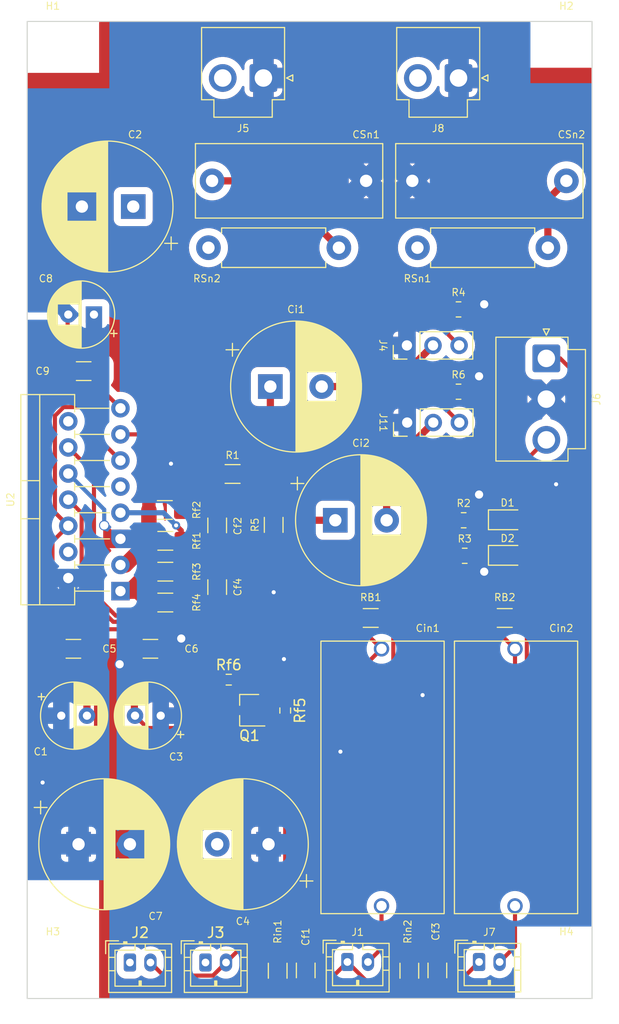
<source format=kicad_pcb>
(kicad_pcb (version 20221018) (generator pcbnew)
  (layers (0 "F.Cu" signal) (1 "In1.Cu" power) (2 "In2.Cu" signal) (31 "B.Cu" mixed) (34 "B.Paste" user) (35 "F.Paste" user) (36 "B.SilkS" user "B.Silkscreen") (37 "F.SilkS" user "F.Silkscreen") (38 "B.Mask" user) (39 "F.Mask" user) (44 "Edge.Cuts" user))
  (net 0 "")
  (net 1 "CH1-IN")
  (net 2 "Net-(Ci1-Pad1)")
  (net 3 "VP")
  (net 4 "VM")
  (net 5 "CH1-OUT")
  (net 6 "INPUTGND")
  (net 7 "PGND")
  (net 8 "Net-(CSn1-Pad2)")
  (net 9 "Net-(D1-A)")
  (net 10 "Net-(D2-A)")
  (net 11 "Net-(Cin1-Pad2)")
  (net 12 "SIGGND")
  (net 13 "Net-(U2A-+)")
  (net 14 "Net-(Cf2-Pad1)")
  (net 15 "Net-(U2B-+)")
  (net 16 "Net-(J4-Pin_3)")
  (net 17 "Net-(Cf4-Pad1)")
  (net 18 "Net-(Ci2-Pad1)")
  (net 19 "Net-(Cin2-Pad2)")
  (net 20 "Net-(CSn2-Pad2)")
  (net 23 "Net-(U2A--)")
  (net 24 "Net-(U2B--)")
  (net 25 "SIGGND2")
  (net 26 "CH2-IN")
  (net 27 "CH2-OUT")
  (net 28 "Net-(J11-Pin_3)")
  (net 29 "Net-(Q1-B)")
  (net 30 "Net-(Q1-C)")
  (net 31 "MUTE_SIGNAL")
  (net 32 "MUTE")
  (footprint "Connector_PinHeader_2.54mm:PinHeader_1x03_P2.54mm_Vertical" (layer "F.Cu") (at 110.275 95.45 90)
    (fp_text reference "J4" (at 0 -2.33 270 unlocked) (layer "F.SilkS") (effects (font (size 0.7 0.7) (thickness 0.1))))
    (fp_text value "Conn_01x03_Male")
    (pad "1" thru_hole rect (at 0 0 90) (size 1.7 1.7) (drill 1) (layers "*.Cu" "*.Mask") (net 7 "PGND"))
    (pad "2" thru_hole oval (at 0 2.54 90) (size 1.7 1.7) (drill 1) (layers "*.Cu" "*.Mask") (net 12 "SIGGND"))
    (pad "3" thru_hole oval (at 0 5.08 90) (size 1.7 1.7) (drill 1) (layers "*.Cu" "*.Mask") (net 16 "Net-(J4-Pin_3)"))
  )
  (footprint "Components:4.7uF Polypropylene Aliexpress" (layer "F.Cu") (at 120.8 137.45 90)
    (fp_text reference "Cin2" (at 14.5 4.5 unlocked) (layer "F.SilkS") (effects (font (size 0.7 0.7) (thickness 0.1))))
    (fp_text value "4.7u")
    (pad "1" thru_hole circle (at -12.5 0 90) (size 1.5 1.5) (drill 1) (layers "*.Cu" "*.Mask") (net 26 "CH2-IN"))
    (pad "2" thru_hole circle (at 12.5 0 90) (size 1.5 1.5) (drill 1) (layers "*.Cu" "*.Mask") (net 19 "Net-(Cin2-Pad2)"))
  )
  (footprint "Resistor_SMD:R_1206_3216Metric_Pad1.30x1.75mm_HandSolder" (layer "F.Cu") (at 110.51 156.25 90)
    (fp_text reference "Rin2" (at 3.8 -0.154 90 unlocked) (layer "F.SilkS") (effects (font (size 0.7 0.7) (thickness 0.1))))
    (fp_text value "20K")
    (pad "1" smd roundrect (at -1.55 0 90) (size 1.3 1.75) (layers "F.Cu" "F.Paste" "F.Mask") (roundrect_rratio 0.192308) (net 6 "INPUTGND"))
    (pad "2" smd roundrect (at 1.55 0 90) (size 1.3 1.75) (layers "F.Cu" "F.Paste" "F.Mask") (roundrect_rratio 0.192308) (net 19 "Net-(Cin2-Pad2)"))
  )
  (footprint "Connector_JST:JST_PH_B2B-PH-K_1x02_P2.00mm_Vertical" (layer "F.Cu") (at 90.66 155.45)
    (fp_text reference "J3" (at 1 -2.9) (layer "F.SilkS"))
    (fp_text value "Conn_01x02_Male")
    (pad "1" thru_hole roundrect (at 0 0) (size 1.2 1.75) (drill 0.75) (layers "*.Cu" "*.Mask") (roundrect_rratio 0.208333))
    (pad "2" thru_hole oval (at 2 0) (size 1.2 1.75) (drill 0.75) (layers "*.Cu" "*.Mask") (net 31 "MUTE_SIGNAL"))
  )
  (footprint "Resistor_SMD:R_0805_2012Metric_Pad1.20x1.40mm_HandSolder" (layer "F.Cu") (at 115.3 91.95)
    (fp_text reference "R4" (at 0 -1.65 unlocked) (layer "F.SilkS") (effects (font (size 0.7 0.7) (thickness 0.1))))
    (fp_text value "15R")
    (pad "1" smd roundrect (at -1 0) (size 1.2 1.4) (layers "F.Cu" "F.Paste" "F.Mask") (roundrect_rratio 0.208333) (net 16 "Net-(J4-Pin_3)"))
    (pad "2" smd roundrect (at 1 0) (size 1.2 1.4) (layers "F.Cu" "F.Paste" "F.Mask") (roundrect_rratio 0.208333) (net 7 "PGND"))
  )
  (footprint "Resistor_THT:R_Axial_DIN0411_L9.9mm_D3.6mm_P12.70mm_Horizontal" (layer "F.Cu") (at 103.65 85.95 180)
    (fp_text reference "RSn2" (at 12.85 -3 unlocked) (layer "F.SilkS") (effects (font (size 0.7 0.7) (thickness 0.1))))
    (fp_text value "4R7")
    (pad "1" thru_hole circle (at 0 0 180) (size 2.4 2.4) (drill 1.2) (layers "*.Cu" "*.Mask") (net 8 "Net-(CSn1-Pad2)"))
    (pad "2" thru_hole oval (at 12.7 0 180) (size 2.4 2.4) (drill 1.2) (layers "*.Cu" "*.Mask") (net 5 "CH1-OUT"))
  )
  (footprint "Capacitor_SMD:C_1206_3216Metric_Pad1.33x1.80mm_HandSolder" (layer "F.Cu") (at 100.42 156.22 -90)
    (fp_text reference "Cf1" (at -3.27 0.008 90 unlocked) (layer "F.SilkS") (effects (font (size 0.7 0.7) (thickness 0.1))))
    (fp_text value "680p C0G")
    (pad "1" smd roundrect (at -1.5625 0 270) (size 1.325 1.8) (layers "F.Cu" "F.Paste" "F.Mask") (roundrect_rratio 0.188679) (net 13 "Net-(U2A-+)"))
    (pad "2" smd roundrect (at 1.5625 0 270) (size 1.325 1.8) (layers "F.Cu" "F.Paste" "F.Mask") (roundrect_rratio 0.188679) (net 6 "INPUTGND"))
  )
  (footprint "Capacitor_SMD:C_1206_3216Metric_Pad1.33x1.80mm_HandSolder" (layer "F.Cu") (at 78.8 97.95 180)
    (fp_text reference "C9" (at 4 0 unlocked) (layer "F.SilkS") (effects (font (size 0.7 0.7) (thickness 0.1))))
    (fp_text value "4.7U X7R 50V")
    (pad "1" smd roundrect (at -1.5625 0 180) (size 1.325 1.8) (layers "F.Cu" "F.Paste" "F.Mask") (roundrect_rratio 0.188679) (net 3 "VP"))
    (pad "2" smd roundrect (at 1.5625 0 180) (size 1.325 1.8) (layers "F.Cu" "F.Paste" "F.Mask") (roundrect_rratio 0.188679) (net 7 "PGND"))
  )
  (footprint "Connector_JST:JST_PH_B2B-PH-K_1x02_P2.00mm_Vertical" (layer "F.Cu") (at 83.3 155.45)
    (fp_text reference "J2" (at 1 -2.9) (layer "F.SilkS"))
    (fp_text value "Conn_01x02_Male")
    (pad "1" thru_hole roundrect (at 0 0) (size 1.2 1.75) (drill 0.75) (layers "*.Cu" "*.Mask") (roundrect_rratio 0.208333))
    (pad "2" thru_hole oval (at 2 0) (size 1.2 1.75) (drill 0.75) (layers "*.Cu" "*.Mask") (net 31 "MUTE_SIGNAL"))
  )
  (footprint "Capacitor_SMD:C_1206_3216Metric_Pad1.33x1.80mm_HandSolder" (layer "F.Cu") (at 77.8 124.95)
    (fp_text reference "C5" (at 3.5 0 unlocked) (layer "F.SilkS") (effects (font (size 0.7 0.7) (thickness 0.1))))
    (fp_text value "4.7U X7R 50V")
    (pad "1" smd roundrect (at -1.5625 0) (size 1.325 1.8) (layers "F.Cu" "F.Paste" "F.Mask") (roundrect_rratio 0.188679) (net 3 "VP"))
    (pad "2" smd roundrect (at 1.5625 0) (size 1.325 1.8) (layers "F.Cu" "F.Paste" "F.Mask") (roundrect_rratio 0.188679) (net 7 "PGND"))
  )
  (footprint "Capacitor_THT:CP_Radial_D12.5mm_P5.00mm" (layer "F.Cu") (at 83.623959 81.95 180)
    (fp_text reference "C2" (at -0.176041 7 unlocked) (layer "F.SilkS") (effects (font (size 0.7 0.7) (thickness 0.1))))
    (fp_text value "1000U 50V")
    (pad "1" thru_hole rect (at 0 0 180) (size 2.4 2.4) (drill 1.2) (layers "*.Cu" "*.Mask") (net 3 "VP"))
    (pad "2" thru_hole circle (at 5 0 180) (size 2.4 2.4) (drill 1.2) (layers "*.Cu" "*.Mask") (net 7 "PGND"))
  )
  (footprint "Components:4.7uF Polypropylene Aliexpress" (layer "F.Cu") (at 107.8 137.45 90)
    (fp_text reference "Cin1" (at 14.5 4.5 unlocked) (layer "F.SilkS") (effects (font (size 0.7 0.7) (thickness 0.1))))
    (fp_text value "4.7u")
    (pad "1" thru_hole circle (at -12.5 0 90) (size 1.5 1.5) (drill 1) (layers "*.Cu" "*.Mask") (net 1 "CH1-IN"))
    (pad "2" thru_hole circle (at 12.5 0 90) (size 1.5 1.5) (drill 1) (layers "*.Cu" "*.Mask") (net 11 "Net-(Cin1-Pad2)"))
  )
  (footprint "Resistor_SMD:R_1206_3216Metric_Pad1.30x1.75mm_HandSolder" (layer "F.Cu") (at 86.7 111.45)
    (fp_text reference "Rf2" (at 3.1 0 90 unlocked) (layer "F.SilkS") (effects (font (size 0.7 0.7) (thickness 0.1))))
    (fp_text value "20K")
    (pad "1" smd roundrect (at -1.55 0) (size 1.3 1.75) (layers "F.Cu" "F.Paste" "F.Mask") (roundrect_rratio 0.192308) (net 5 "CH1-OUT"))
    (pad "2" smd roundrect (at 1.55 0) (size 1.3 1.75) (layers "F.Cu" "F.Paste" "F.Mask") (roundrect_rratio 0.192308) (net 14 "Net-(Cf2-Pad1)"))
  )
  (footprint "Capacitor_THT:CP_Radial_D6.3mm_P2.50mm" (layer "F.Cu") (at 86.3 131.45 180)
    (fp_text reference "C3" (at -1.5 -4 unlocked) (layer "F.SilkS") (effects (font (size 0.7 0.7) (thickness 0.1))))
    (fp_text value "22U 50V")
    (pad "1" thru_hole rect (at 0 0 180) (size 1.6 1.6) (drill 0.8) (layers "*.Cu" "*.Mask") (net 7 "PGND"))
    (pad "2" thru_hole circle (at 2.5 0 180) (size 1.6 1.6) (drill 0.8) (layers "*.Cu" "*.Mask") (net 4 "VM"))
  )
  (footprint "Resistor_THT:R_Axial_DIN0411_L9.9mm_D3.6mm_P12.70mm_Horizontal" (layer "F.Cu") (at 124 85.95 180)
    (fp_text reference "RSn1" (at 12.7 -3 unlocked) (layer "F.SilkS") (effects (font (size 0.7 0.7) (thickness 0.1))))
    (fp_text value "4R7")
    (pad "1" thru_hole circle (at 0 0 180) (size 2.4 2.4) (drill 1.2) (layers "*.Cu" "*.Mask") (net 20 "Net-(CSn2-Pad2)"))
    (pad "2" thru_hole oval (at 12.7 0 180) (size 2.4 2.4) (drill 1.2) (layers "*.Cu" "*.Mask") (net 27 "CH2-OUT"))
  )
  (footprint "Resistor_SMD:R_1206_3216Metric_Pad1.30x1.75mm_HandSolder" (layer "F.Cu") (at 97.3 112.9 90)
    (fp_text reference "R5" (at 0 -1.82 90 unlocked) (layer "F.SilkS") (effects (font (size 0.7 0.7) (thickness 0.1))))
    (fp_text value "1.0K")
    (pad "1" smd roundrect (at -1.55 0 90) (size 1.3 1.75) (layers "F.Cu" "F.Paste" "F.Mask") (roundrect_rratio 0.192308) (net 24 "Net-(U2B--)"))
    (pad "2" smd roundrect (at 1.55 0 90) (size 1.3 1.75) (layers "F.Cu" "F.Paste" "F.Mask") (roundrect_rratio 0.192308) (net 18 "Net-(Ci2-Pad1)"))
  )
  (footprint "Connector_JST:JST_VH_B3P-VH-B_1x03_P3.96mm_Vertical" (layer "F.Cu") (at 123.85 96.7125 -90)
    (fp_text reference "J6" (at 3.96 -4.9 90 unlocked) (layer "F.SilkS") (effects (font (size 0.7 0.7) (thickness 0.1))))
    (fp_text value "Conn_01x03_Male")
    (pad "1" thru_hole roundrect (at 0 0 270) (size 2.7 2.7) (drill 1.7) (layers "*.Cu" "*.Mask") (roundrect_rratio 0.092593) (net 3 "VP"))
    (pad "2" thru_hole circle (at 3.96 0 270) (size 2.7 2.7) (drill 1.7) (layers "*.Cu" "*.Mask") (net 7 "PGND"))
    (pad "3" thru_hole circle (at 7.92 0 270) (size 2.7 2.7) (drill 1.7) (layers "*.Cu" "*.Mask") (net 4 "VM"))
  )
  (footprint "Package_TO_SOT_SMD:TSOT-23" (layer "F.Cu") (at 94.9375 130.94 180)
    (fp_text reference "Q1" (at 0 -2.45 180) (layer "F.SilkS"))
    (fp_text value "2N3055")
    (pad "1" smd rect (at -1.31 -0.95 180) (size 1.22 0.65) (layers "F.Cu" "F.Paste" "F.Mask") (net 29 "Net-(Q1-B)"))
    (pad "2" smd rect (at -1.31 0.95 180) (size 1.22 0.65) (layers "F.Cu" "F.Paste" "F.Mask") (net 4 "VM"))
    (pad "3" smd rect (at 1.31 0 180) (size 1.22 0.65) (layers "F.Cu" "F.Paste" "F.Mask") (net 30 "Net-(Q1-C)"))
  )
  (footprint "Connector_PinHeader_2.54mm:PinHeader_1x03_P2.54mm_Vertical" (layer "F.Cu") (at 110.3 102.95 90)
    (fp_text reference "J11" (at 0 -2.33 270 unlocked) (layer "F.SilkS") (effects (font (size 0.7 0.7) (thickness 0.1))))
    (fp_text value "Conn_01x03_Male")
    (pad "1" thru_hole rect (at 0 0 90) (size 1.7 1.7) (drill 1) (layers "*.Cu" "*.Mask") (net 7 "PGND"))
    (pad "2" thru_hole oval (at 0 2.54 90) (size 1.7 1.7) (drill 1) (layers "*.Cu" "*.Mask") (net 25 "SIGGND2"))
    (pad "3" thru_hole oval (at 0 5.08 90) (size 1.7 1.7) (drill 1) (layers "*.Cu" "*.Mask") (net 28 "Net-(J11-Pin_3)"))
  )
  (footprint "Capacitor_SMD:C_1206_3216Metric_Pad1.33x1.80mm_HandSolder" (layer "F.Cu") (at 113.24 156.22 -90)
    (fp_text reference "Cf3" (at -3.77 0.162 90 unlocked) (layer "F.SilkS") (effects (font (size 0.7 0.7) (thickness 0.1))))
    (fp_text value "680p C0G")
    (pad "1" smd roundrect (at -1.5625 0 270) (size 1.325 1.8) (layers "F.Cu" "F.Paste" "F.Mask") (roundrect_rratio 0.188679) (net 15 "Net-(U2B-+)"))
    (pad "2" smd roundrect (at 1.5625 0 270) (size 1.325 1.8) (layers "F.Cu" "F.Paste" "F.Mask") (roundrect_rratio 0.188679) (net 6 "INPUTGND"))
  )
  (footprint "Capacitor_THT:CP_Radial_D12.5mm_P5.00mm" (layer "F.Cu") (at 78.3 143.95)
    (fp_text reference "C7" (at 7.5 7 unlocked) (layer "F.SilkS") (effects (font (size 0.7 0.7) (thickness 0.1))))
    (fp_text value "1000U 50V")
    (pad "1" thru_hole rect (at 0 0) (size 2.4 2.4) (drill 1.2) (layers "*.Cu" "*.Mask") (net 3 "VP"))
    (pad "2" thru_hole circle (at 5 0) (size 2.4 2.4) (drill 1.2) (layers "*.Cu" "*.Mask") (net 7 "PGND"))
  )
  (footprint "Resistor_SMD:R_1206_3216Metric_Pad1.30x1.75mm_HandSolder" (layer "F.Cu") (at 86.75 120.45)
    (fp_text reference "Rf4" (at 3.05 0 90 unlocked) (layer "F.SilkS") (effects (font (size 0.7 0.7) (thickness 0.1))))
    (fp_text value "20K")
    (pad "1" smd roundrect (at -1.55 0) (size 1.3 1.75) (layers "F.Cu" "F.Paste" "F.Mask") (roundrect_rratio 0.192308) (net 27 "CH2-OUT"))
    (pad "2" smd roundrect (at 1.55 0) (size 1.3 1.75) (layers "F.Cu" "F.Paste" "F.Mask") (roundrect_rratio 0.192308) (net 17 "Net-(Cf4-Pad1)"))
  )
  (footprint "Package_TO_SOT_THT:TO-220-15_P2.54x2.54mm_StaggerOdd_Lead4.58mm_Vertical" (layer "F.Cu") (at 82.38 119.34 90)
    (fp_text reference "U2" (at 8.89 -10.7 90 unlocked) (layer "F.SilkS") (effects (font (size 0.7 0.7) (thickness 0.1))))
    (fp_text value "LM4766")
    (pad "1" thru_hole rect (at 0 0 90) (size 1.8 1.8) (drill 1) (layers "*.Cu" "*.Mask") (net 27 "CH2-OUT"))
    (pad "2" thru_hole oval (at 1.27 -5.08 90) (size 1.8 1.8) (drill 1) (layers "*.Cu" "*.Mask") (net 3 "VP"))
    (pad "3" thru_hole oval (at 2.54 0 90) (size 1.8 1.8) (drill 1) (layers "*.Cu" "*.Mask") (net 5 "CH1-OUT"))
    (pad "4" thru_hole oval (at 3.81 -5.08 90) (size 1.8 1.8) (drill 1) (layers "*.Cu" "*.Mask") (net 4 "VM"))
    (pad "5" thru_hole oval (at 5.08 0 90) (size 1.8 1.8) (drill 1) (layers "*.Cu" "*.Mask") (net 7 "PGND"))
    (pad "6" thru_hole oval (at 6.35 -5.08 90) (size 1.8 1.8) (drill 1) (layers "*.Cu" "*.Mask") (net 32 "MUTE"))
    (pad "7" thru_hole oval (at 7.62 0 90) (size 1.8 1.8) (drill 1) (layers "*.Cu" "*.Mask") (net 23 "Net-(U2A--)"))
    (pad "8" thru_hole oval (at 8.89 -5.08 90) (size 1.8 1.8) (drill 1) (layers "*.Cu" "*.Mask") (net 13 "Net-(U2A-+)"))
    (pad "9" thru_hole oval (at 10.16 0 90) (size 1.8 1.8) (drill 1) (layers "*.Cu" "*.Mask"))
    (pad "10" thru_hole oval (at 11.43 -5.08 90) (size 1.8 1.8) (drill 1) (layers "*.Cu" "*.Mask") (net 7 "PGND"))
    (pad "11" thru_hole oval (at 12.7 0 90) (size 1.8 1.8) (drill 1) (layers "*.Cu" "*.Mask") (net 32 "MUTE"))
    (pad "12" thru_hole oval (at 13.97 -5.08 90) (size 1.8 1.8) (drill 1) (layers "*.Cu" "*.Mask") (net 24 "Net-(U2B--)"))
    (pad "13" thru_hole oval (at 15.24 0 90) (size 1.8 1.8) (drill 1) (layers "*.Cu" "*.Mask") (net 15 "Net-(U2B-+)"))
    (pad "14" thru_hole oval (at 16.51 -5.08 90) (size 1.8 1.8) (drill 1) (layers "*.Cu" "*.Mask"))
    (pad "15" thru_hole oval (at 17.78 0 90) (size 1.8 1.8) (drill 1) (layers "*.Cu" "*.Mask") (net 3 "VP"))
  )
  (footprint "Connector_JST:JST_PH_B2B-PH-K_1x02_P2.00mm_Vertical" (layer "F.Cu") (at 104.48 155.4)
    (fp_text reference "J1" (at 1 -2.9 unlocked) (layer "F.SilkS") (effects (font (size 0.7 0.7) (thickness 0.1))))
    (fp_text value "Conn_01x02_Male")
    (pad "1" thru_hole roundrect (at 0 0) (size 1.2 1.75) (drill 0.75) (layers "*.Cu" "*.Mask") (roundrect_rratio 0.208333) (net 6 "INPUTGND"))
    (pad "2" thru_hole oval (at 2 0) (size 1.2 1.75) (drill 0.75) (layers "*.Cu" "*.Mask") (net 1 "CH1-IN"))
  )
  (footprint "Resistor_SMD:R_1206_3216Metric_Pad1.30x1.75mm_HandSolder" (layer "F.Cu") (at 93.3 107.95)
    (fp_text reference "R1" (at 0 -1.82 unlocked) (layer "F.SilkS") (effects (font (size 0.7 0.7) (thickness 0.1))))
    (fp_text value "1.0K")
    (pad "1" smd roundrect (at -1.55 0) (size 1.3 1.75) (layers "F.Cu" "F.Paste" "F.Mask") (roundrect_rratio 0.192308) (net 23 "Net-(U2A--)"))
    (pad "2" smd roundrect (at 1.55 0) (size 1.3 1.75) (layers "F.Cu" "F.Paste" "F.Mask") (roundrect_rratio 0.192308) (net 2 "Net-(Ci1-Pad1)"))
  )
  (footprint "Capacitor_SMD:C_1206_3216Metric_Pad1.33x1.80mm_HandSolder" (layer "F.Cu") (at 91.8 112.95 -90)
    (fp_text reference "Cf2" (at 0.0625 -2 90 unlocked) (layer "F.SilkS") (effects (font (size 0.7 0.7) (thickness 0.1))))
    (fp_text value "47P C0G")
    (pad "1" smd roundrect (at -1.5625 0 270) (size 1.325 1.8) (layers "F.Cu" "F.Paste" "F.Mask") (roundrect_rratio 0.188679) (net 14 "Net-(Cf2-Pad1)"))
    (pad "2" smd roundrect (at 1.5625 0 270) (size 1.325 1.8) (layers "F.Cu" "F.Paste" "F.Mask") (roundrect_rratio 0.188679) (net 23 "Net-(U2A--)"))
  )
  (footprint "Connector_JST:JST_VH_B2P-VH_1x02_P3.96mm_Vertical" (layer "F.Cu") (at 96.3 69.45 180)
    (fp_text reference "J5" (at 1.98 -4.9 unlocked) (layer "F.SilkS") (effects (font (size 0.7 0.7) (thickness 0.1))))
    (fp_text value "Conn_01x02_Male")
    (pad "1" thru_hole roundrect (at 0 0 180) (size 2.7 2.7) (drill 1.7) (layers "*.Cu" "*.Mask") (roundrect_rratio 0.092593) (net 7 "PGND"))
    (pad "2" thru_hole circle (at 3.96 0 180) (size 2.7 2.7) (drill 1.7) (layers "*.Cu" "*.Mask") (net 5 "CH1-OUT"))
  )
  (footprint "Capacitor_THT:CP_Radial_D6.3mm_P2.50mm" (layer "F.Cu") (at 79.8 92.45 180)
    (fp_text reference "C8" (at 4.682379 3.5 unlocked) (layer "F.SilkS") (effects (font (size 0.7 0.7) (thickness 0.1))))
    (fp_text value "22U 50V")
    (pad "1" thru_hole rect (at 0 0 180) (size 1.6 1.6) (drill 0.8) (layers "*.Cu" "*.Mask") (net 3 "VP"))
    (pad "2" thru_hole circle (at 2.5 0 180) (size 1.6 1.6) (drill 0.8) (layers "*.Cu" "*.Mask") (net 7 "PGND"))
  )
  (footprint "Resistor_SMD:R_1206_3216Metric_Pad1.30x1.75mm_HandSolder" (layer "F.Cu") (at 86.75 117.45)
    (fp_text reference "Rf3" (at 3.05 0 90 unlocked) (layer "F.SilkS") (effects (font (size 0.7 0.7) (thickness 0.1))))
    (fp_text value "23.4K")
    (pad "1" smd roundrect (at -1.55 0) (size 1.3 1.75) (layers "F.Cu" "F.Paste" "F.Mask") (roundrect_rratio 0.192308) (net 27 "CH2-OUT"))
    (pad "2" smd roundrect (at 1.55 0) (size 1.3 1.75) (layers "F.Cu" "F.Paste" "F.Mask") (roundrect_rratio 0.192308) (net 24 "Net-(U2B--)"))
  )
  (footprint "Capacitor_SMD:C_1206_3216Metric_Pad1.33x1.80mm_HandSolder" (layer "F.Cu") (at 85.3 124.95 180)
    (fp_text reference "C6" (at -4 0 unlocked) (layer "F.SilkS") (effects (font (size 0.7 0.7) (thickness 0.1))))
    (fp_text value "4.7U X7R 50V")
    (pad "1" smd roundrect (at -1.5625 0 180) (size 1.325 1.8) (layers "F.Cu" "F.Paste" "F.Mask") (roundrect_rratio 0.188679) (net 7 "PGND"))
    (pad "2" smd roundrect (at 1.5625 0 180) (size 1.325 1.8) (layers "F.Cu" "F.Paste" "F.Mask") (roundrect_rratio 0.188679) (net 4 "VM"))
  )
  (footprint "Resistor_SMD:R_1206_3216Metric_Pad1.30x1.75mm_HandSolder" (layer "F.Cu") (at 97.69 156.25 90)
    (fp_text reference "Rin1" (at 3.8 0 90 unlocked) (layer "F.SilkS") (effects (font (size 0.7 0.7) (thickness 0.1))))
    (fp_text value "20K")
    (pad "1" smd roundrect (at -1.55 0 90) (size 1.3 1.75) (layers "F.Cu" "F.Paste" "F.Mask") (roundrect_rratio 0.192308) (net 6 "INPUTGND"))
    (pad "2" smd roundrect (at 1.55 0 90) (size 1.3 1.75) (layers "F.Cu" "F.Paste" "F.Mask") (roundrect_rratio 0.192308) (net 11 "Net-(Cin1-Pad2)"))
  )
  (footprint "MountingHole:MountingHole_3mm" (layer "F.Cu") (at 125.8 66.45)
    (fp_text reference "H2" (at 0 -4 unlocked) (layer "F.SilkS") (effects (font (size 0.7 0.7) (thickness 0.1))))
    (fp_text value "MountingHole")
    (pad "" np_thru_hole circle (at 0 0) (size 3 3) (drill 3) (layers "*.Cu" "*.Mask"))
  )
  (footprint "Capacitor_THT:CP_Radial_D12.5mm_P5.00mm" (layer "F.Cu") (at 96.8 143.95 180)
    (fp_text reference "C4" (at 2.5 -7.5 unlocked) (layer "F.SilkS") (effects (font (size 0.7 0.7) (thickness 0.1))))
    (fp_text value "1000U 50V")
    (pad "1" thru_hole rect (at 0 0 180) (size 2.4 2.4) (drill 1.2) (layers "*.Cu" "*.Mask") (net 7 "PGND"))
    (pad "2" thru_hole circle (at 5 0 180) (size 2.4 2.4) (drill 1.2) (layers "*.Cu" "*.Mask") (net 4 "VM"))
  )
  (footprint "Resistor_SMD:R_0603_1608Metric_Pad0.98x0.95mm_HandSolder" (layer "F.Cu") (at 98.425 130.95 -90)
    (fp_text reference "Rf5" (at 0 -1.43 90) (layer "F.SilkS"))
    (fp_text value "1K")
    (pad "1" smd roundrect (at -0.9125 0 270) (size 0.975 0.95) (layers "F.Cu" "F.Paste" "F.Mask") (net 29 "Net-(Q1-B)"))
    (pad "2" smd roundrect (at 0.9125 0 270) (size 0.975 0.95) (layers "F.Cu" "F.Paste" "F.Mask") (net 31 "MUTE_SIGNAL"))
  )
  (footprint "LED_SMD:LED_0805_2012Metric_Pad1.15x1.40mm_HandSolder" (layer "F.Cu") (at 120.072751 112.405)
    (fp_text reference "D1" (at 0 -1.65 unlocked) (layer "F.SilkS") (effects (font (size 0.7 0.7) (thickness 0.1))))
    (fp_text value "YELLOW")
    (pad "1" smd roundrect (at -1.025 0) (size 1.15 1.4) (layers "F.Cu" "F.Paste" "F.Mask") (roundrect_rratio 0.217391) (net 4 "VM"))
    (pad "2" smd roundrect (at 1.025 0) (size 1.15 1.4) (layers "F.Cu" "F.Paste" "F.Mask") (roundrect_rratio 0.217391) (net 9 "Net-(D1-A)"))
  )
  (footprint "Resistor_SMD:R_1206_3216Metric_Pad1.30x1.75mm_HandSolder" (layer "F.Cu") (at 119.8 121.95)
    (fp_text reference "RB2" (at 0 -2 unlocked) (layer "F.SilkS") (effects (font (size 0.7 0.7) (thickness 0.1))))
    (fp_text value "1.2K")
    (pad "1" smd roundrect (at -1.55 0) (size 1.3 1.75) (layers "F.Cu" "F.Paste" "F.Mask") (roundrect_rratio 0.192308) (net 19 "Net-(Cin2-Pad2)"))
    (pad "2" smd roundrect (at 1.55 0) (size 1.3 1.75) (layers "F.Cu" "F.Paste" "F.Mask") (roundrect_rratio 0.192308) (net 15 "Net-(U2B-+)"))
  )
  (footprint "MountingHole:MountingHole_3mm" (layer "F.Cu") (at 75.8 156.45)
    (fp_text reference "H3" (at 0 -4 unlocked) (layer "F.SilkS") (effects (font (size 0.7 0.7) (thickness 0.1))))
    (fp_text value "MountingHole")
    (pad "" np_thru_hole circle (at 0 0) (size 3 3) (drill 3) (layers "*.Cu" "*.Mask"))
  )
  (footprint "Resistor_SMD:R_1206_3216Metric_Pad1.30x1.75mm_HandSolder" (layer "F.Cu") (at 106.75 121.95)
    (fp_text reference "RB1" (at 0 -2 unlocked) (layer "F.SilkS") (effects (font (size 0.7 0.7) (thickness 0.1))))
    (fp_text value "1.2K")
    (pad "1" smd roundrect (at -1.55 0) (size 1.3 1.75) (layers "F.Cu" "F.Paste" "F.Mask") (roundrect_rratio 0.192308) (net 11 "Net-(Cin1-Pad2)"))
    (pad "2" smd roundrect (at 1.55 0) (size 1.3 1.75) (layers "F.Cu" "F.Paste" "F.Mask") (roundrect_rratio 0.192308) (net 13 "Net-(U2A-+)"))
  )
  (footprint "Connector_JST:JST_PH_B2B-PH-K_1x02_P2.00mm_Vertical" (layer "F.Cu") (at 117.3 155.4)
    (fp_text reference "J7" (at 1 -2.9 unlocked) (layer "F.SilkS") (effects (font (size 0.7 0.7) (thickness 0.1))))
    (fp_text value "Conn_01x02_Male")
    (pad "1" thru_hole roundrect (at 0 0) (size 1.2 1.75) (drill 0.75) (layers "*.Cu" "*.Mask") (roundrect_rratio 0.208333) (net 6 "INPUTGND"))
    (pad "2" thru_hole oval (at 2 0) (size 1.2 1.75) (drill 0.75) (layers "*.Cu" "*.Mask") (net 26 "CH2-IN"))
  )
  (footprint "Capacitor_THT:C_Rect_L18.0mm_W7.0mm_P15.00mm_FKS3_FKP3" (layer "F.Cu") (at 110.8 79.45)
    (fp_text reference "CSn2" (at 15.5 -4.5 unlocked) (layer "F.SilkS") (effects (font (size 0.7 0.7) (thickness 0.1))))
    (fp_text value " 220N PP 100V")
    (pad "1" thru_hole circle (at 0 0) (size 2.4 2.4) (drill 1.2) (layers "*.Cu" "*.Mask") (net 7 "PGND"))
    (pad "2" thru_hole circle (at 15 0) (size 2.4 2.4) (drill 1.2) (layers "*.Cu" "*.Mask") (net 20 "Net-(CSn2-Pad2)"))
  )
  (footprint "MountingHole:MountingHole_3mm" (layer "F.Cu") (at 125.8 156.45)
    (fp_text reference "H4" (at 0 -4 unlocked) (layer "F.SilkS") (effects (font (size 0.7 0.7) (thickness 0.1))))
    (fp_text value "MountingHole")
    (pad "" np_thru_hole circle (at 0 0) (size 3 3) (drill 3) (layers "*.Cu" "*.Mask"))
  )
  (footprint "MountingHole:MountingHole_3mm" (layer "F.Cu") (at 75.8 66.45)
    (fp_text reference "H1" (at 0 -4 unlocked) (layer "F.SilkS") (effects (font (size 0.7 0.7) (thickness 0.1))))
    (fp_text value "MountingHole")
    (pad "" np_thru_hole circle (at 0 0) (size 3 3) (drill 3) (layers "*.Cu" "*.Mask"))
  )
  (footprint "Capacitor_THT:CP_Radial_D12.5mm_P5.00mm" (layer "F.Cu") (at 96.976041 99.45)
    (fp_text reference "Ci1" (at 2.5 -7.5 unlocked) (layer "F.SilkS") (effects (font (size 0.7 0.7) (thickness 0.1))))
    (fp_text value "470U")
    (pad "1" thru_hole rect (at 0 0) (size 2.4 2.4) (drill 1.2) (layers "*.Cu" "*.Mask") (net 2 "Net-(Ci1-Pad1)"))
    (pad "2" thru_hole circle (at 5 0) (size 2.4 2.4) (drill 1.2) (layers "*.Cu" "*.Mask") (net 12 "SIGGND"))
  )
  (footprint "Capacitor_THT:C_Rect_L18.0mm_W7.0mm_P15.00mm_FKS3_FKP3" (layer "F.Cu") (at 106.3 79.45 180)
    (fp_text reference "CSn1" (at 0 4.5 unlocked) (layer "F.SilkS") (effects (font (size 0.7 0.7) (thickness 0.1))))
    (fp_text value " 220N PP 100V")
    (pad "1" thru_hole circle (at 0 0 180) (size 2.4 2.4) (drill 1.2) (layers "*.Cu" "*.Mask") (net 7 "PGND"))
    (pad "2" thru_hole circle (at 15 0 180) (size 2.4 2.4) (drill 1.2) (layers "*.Cu" "*.Mask") (net 8 "Net-(CSn1-Pad2)"))
  )
  (footprint "Capacitor_THT:CP_Radial_D6.3mm_P2.50mm" (layer "F.Cu") (at 76.617621 131.45)
    (fp_text reference "C1" (at -2 3.5 unlocked) (layer "F.SilkS") (effects (font (size 0.7 0.7) (thickness 0.1))))
    (fp_text value "22U 50V")
    (pad "1" thru_hole rect (at 0 0) (size 1.6 1.6) (drill 0.8) (layers "*.Cu" "*.Mask") (net 3 "VP"))
    (pad "2" thru_hole circle (at 2.5 0) (size 1.6 1.6) (drill 0.8) (layers "*.Cu" "*.Mask") (net 7 "PGND"))
  )
  (footprint "Resistor_SMD:R_0805_2012Metric_Pad1.20x1.40mm_HandSolder" (layer "F.Cu") (at 115.8 112.45)
    (fp_text reference "R2" (at 0 -1.65 unlocked) (layer "F.SilkS") (effects (font (size 0.7 0.7) (thickness 0.1))))
    (fp_text value "9.1K")
    (pad "1" smd roundrect (at -1 0) (size 1.2 1.4) (layers "F.Cu" "F.Paste" "F.Mask") (roundrect_rratio 0.208333) (net 9 "Net-(D1-A)"))
    (pad "2" smd roundrect (at 1 0) (size 1.2 1.4) (layers "F.Cu" "F.Paste" "F.Mask") (roundrect_rratio 0.208333) (net 7 "PGND"))
  )
  (footprint "Resistor_SMD:R_0805_2012Metric_Pad1.20x1.40mm_HandSolder" (layer "F.Cu") (at 115.3 99.95)
    (fp_text reference "R6" (at 0 -1.65 unlocked) (layer "F.SilkS") (effects (font (size 0.7 0.7) (thickness 0.1))))
    (fp_text value "15R")
    (pad "1" smd roundrect (at -1 0) (size 1.2 1.4) (layers "F.Cu" "F.Paste" "F.Mask") (roundrect_rratio 0.208333) (net 28 "Net-(J11-Pin_3)"))
    (pad "2" smd roundrect (at 1 0) (size 1.2 1.4) (layers "F.Cu" "F.Paste" "F.Mask") (roundrect_rratio 0.208333) (net 7 "PGND"))
  )
  (footprint "Capacitor_SMD:C_1206_3216Metric_Pad1.33x1.80mm_HandSolder" (layer "F.Cu") (at 91.8 118.95 90)
    (fp_text reference "Cf4" (at 0 2 90 unlocked) (layer "F.SilkS") (effects (font (size 0.7 0.7) (thickness 0.1))))
    (fp_text value "47P C0G")
    (pad "1" smd roundrect (at -1.5625 0 90) (size 1.325 1.8) (layers "F.Cu" "F.Paste" "F.Mask") (roundrect_rratio 0.188679) (net 17 "Net-(Cf4-Pad1)"))
    (pad "2" smd roundrect (at 1.5625 0 90) (size 1.325 1.8) (layers "F.Cu" "F.Paste" "F.Mask") (roundrect_rratio 0.188679) (net 24 "Net-(U2B--)"))
  )
  (footprint "Connector_JST:JST_VH_B2P-VH_1x02_P3.96mm_Vertical" (layer "F.Cu") (at 115.3 69.45 180)
    (fp_text reference "J8" (at 1.98 -4.9 unlocked) (layer "F.SilkS") (effects (font (size 0.7 0.7) (thickness 0.1))))
    (fp_text value "Conn_01x02_Male")
    (pad "1" thru_hole roundrect (at 0 0 180) (size 2.7 2.7) (drill 1.7) (layers "*.Cu" "*.Mask") (roundrect_rratio 0.092593) (net 7 "PGND"))
    (pad "2" thru_hole circle (at 3.96 0 180) (size 2.7 2.7) (drill 1.7) (layers "*.Cu" "*.Mask") (net 27 "CH2-OUT"))
  )
  (footprint "LED_SMD:LED_0805_2012Metric_Pad1.15x1.40mm_HandSolder" (layer "F.Cu") (at 120.072751 115.86)
    (fp_text reference "D2" (at 0 -1.65 unlocked) (layer "F.SilkS") (effects (font (size 0.7 0.7) (thickness 0.1))))
    (fp_text value "BLUE")
    (pad "1" smd roundrect (at -1.025 0) (size 1.15 1.4) (layers "F.Cu" "F.Paste" "F.Mask") (roundrect_rratio 0.217391) (net 7 "PGND"))
    (pad "2" smd roundrect (at 1.025 0) (size 1.15 1.4) (layers "F.Cu" "F.Paste" "F.Mask") (roundrect_rratio 0.217391) (net 10 "Net-(D2-A)"))
  )
  (footprint "Resistor_SMD:R_1206_3216Metric_Pad1.30x1.75mm_HandSolder" (layer "F.Cu") (at 86.75 114.45)
    (fp_text reference "Rf1" (at 3.05 0 90 unlocked) (layer "F.SilkS") (effects (font (size 0.7 0.7) (thickness 0.1))))
    (fp_text value "23.4K")
    (pad "1" smd roundrect (at -1.55 0) (size 1.3 1.75) (layers "F.Cu" "F.Paste" "F.Mask") (roundrect_rratio 0.192308) (net 5 "CH1-OUT"))
    (pad "2" smd roundrect (at 1.55 0) (size 1.3 1.75) (layers "F.Cu" "F.Paste" "F.Mask") (roundrect_rratio 0.192308) (net 23 "Net-(U2A--)"))
  )
  (footprint "Resistor_SMD:R_0603_1608Metric_Pad0.98x0.95mm_HandSolder" (layer "F.Cu") (at 92.925 127.95)
    (fp_text reference "Rf6" (at 0 -1.43) (layer "F.SilkS"))
    (fp_text value "33.8K")
    (pad "1" smd roundrect (at -0.9125 0) (size 0.975 0.95) (layers "F.Cu" "F.Paste" "F.Mask") (net 32 "MUTE"))
    (pad "2" smd roundrect (at 0.9125 0) (size 0.975 0.95) (layers "F.Cu" "F.Paste" "F.Mask") (net 30 "Net-(Q1-C)"))
  )
  (footprint "Capacitor_THT:CP_Radial_D12.5mm_P5.00mm" (layer "F.Cu") (at 103.3 112.45)
    (fp_text reference "Ci2" (at 2.5 -7.5 unlocked) (layer "F.SilkS") (effects (font (size 0.7 0.7) (thickness 0.1))))
    (fp_text value "470U")
    (pad "1" thru_hole rect (at 0 0) (size 2.4 2.4) (drill 1.2) (layers "*.Cu" "*.Mask") (net 18 "Net-(Ci2-Pad1)"))
    (pad "2" thru_hole circle (at 5 0) (size 2.4 2.4) (drill 1.2) (layers "*.Cu" "*.Mask") (net 25 "SIGGND2"))
  )
  (footprint "Resistor_SMD:R_0805_2012Metric_Pad1.20x1.40mm_HandSolder" (layer "F.Cu") (at 115.902751 115.905)
    (fp_text reference "R3" (at 0 -1.65 unlocked) (layer "F.SilkS") (effects (font (size 0.7 0.7) (thickness 0.1))))
    (fp_text value "9.1K")
    (pad "1" smd roundrect (at -1 0) (size 1.2 1.4) (layers "F.Cu" "F.Paste" "F.Mask") (roundrect_rratio 0.208333) (net 10 "Net-(D2-A)"))
    (pad "2" smd roundrect (at 1 0) (size 1.2 1.4) (layers "F.Cu" "F.Paste" "F.Mask") (roundrect_rratio 0.208333) (net 3 "VP"))
  )
  (gr_line (start 128.3 63.95) (end 128.3 158.95) (stroke (width 0.1)) (layer "Edge.Cuts"))
  (gr_line (start 73.3 63.95) (end 73.3 158.95) (stroke (width 0.1)) (layer "Edge.Cuts"))
  (gr_line (start 128.3 158.95) (end 73.3 158.95) (stroke (width 0.1)) (layer "Edge.Cuts"))
  (gr_line (start 73.3 63.95) (end 128.3 63.95) (stroke (width 0.1)) (layer "Edge.Cuts"))
  (segment (start 107.8 154.08) (end 106.48 155.4) (width 0.4) (layer "F.Cu") (net 1))
  (segment (start 107.8 149.95) (end 107.8 154.08) (width 0.4) (layer "F.Cu") (net 1))
  (segment (start 96.976041 105.823959) (end 94.85 107.95) (width 0.7) (layer "F.Cu") (net 2))
  (segment (start 96.976041 99.45) (end 96.976041 105.823959) (width 0.7) (layer "F.Cu") (net 2))
  (segment (start 125.199999 96.7125) (end 126.8 98.312501) (width 0.4) (layer "F.Cu") (net 3))
  (segment (start 117.427207 118.35) (end 116.9 117.822793) (width 0.4) (layer "F.Cu") (net 3))
  (segment (start 123.85 96.7125) (end 125.199999 96.7125) (width 0.4) (layer "F.Cu") (net 3))
  (segment (start 126.8 115.95) (end 124.4 118.35) (width 0.4) (layer "F.Cu") (net 3))
  (segment (start 116.9 117.822793) (end 116.9 115.907751) (width 0.4) (layer "F.Cu") (net 3))
  (segment (start 80.3625 97.95) (end 80.3625 99.5425) (width 0.4) (layer "F.Cu") (net 3))
  (segment (start 116.9 115.907751) (end 116.902751 115.905) (width 0.4) (layer "F.Cu") (net 3))
  (segment (start 126.8 98.312501) (end 126.8 115.95) (width 0.4) (layer "F.Cu") (net 3))
  (segment (start 124.4 118.35) (end 117.427207 118.35) (width 0.4) (layer "F.Cu") (net 3))
  (segment (start 76.2375 131.069879) (end 76.617621 131.45) (width 0.7) (layer "F.Cu") (net 3))
  (segment (start 76.2375 124.95) (end 76.2375 131.069879) (width 0.7) (layer "F.Cu") (net 3))
  (segment (start 80.3625 99.5425) (end 82.38 101.56) (width 0.4) (layer "F.Cu") (net 3))
  (via (at 74.8 137.95) (size 0.8) (drill 0.4) (layers "F.Cu" "B.Cu") (net 3))
  (segment (start 83.7375 124.95) (end 83.7375 131.3875) (width 0.7) (layer "F.Cu") (net 4))
  (segment (start 85 132.65) (end 83.8 131.45) (width 0.4) (layer "F.Cu") (net 4))
  (segment (start 119.047751 112.405) (end 119.047751 109.434749) (width 0.4) (layer "F.Cu") (net 4))
  (segment (start 83.7375 131.3875) (end 83.8 131.45) (width 0.7) (layer "F.Cu") (net 4))
  (segment (start 96.2475 129.99) (end 93.5875 132.65) (width 0.4) (layer "F.Cu") (net 4))
  (segment (start 119.047751 109.434749) (end 123.85 104.6325) (width 0.4) (layer "F.Cu") (net 4))
  (segment (start 93.5875 132.65) (end 85 132.65) (width 0.4) (layer "F.Cu") (net 4))
  (segment (start 85.15 114.4) (end 85.2 114.45) (width 1.5) (layer "F.Cu") (net 5))
  (segment (start 85.2 114.45) (end 82.85 116.8) (width 1.5) (layer "F.Cu") (net 5))
  (segment (start 82.85 116.8) (end 82.38 116.8) (width 1.5) (layer "F.Cu") (net 5))
  (segment (start 85.15 111.45) (end 85.15 114.4) (width 1.5) (layer "F.Cu") (net 5))
  (segment (start 110.51 157.8) (end 113.2225 157.8) (width 0.4) (layer "F.Cu") (net 6))
  (segment (start 97.7075 157.7825) (end 97.69 157.8) (width 0.4) (layer "F.Cu") (net 6))
  (segment (start 113.24 157.7825) (end 114.9175 157.7825) (width 0.4) (layer "F.Cu") (net 6))
  (segment (start 100.42 157.7825) (end 97.7075 157.7825) (width 0.4) (layer "F.Cu") (net 6))
  (segment (start 114.9175 157.7825) (end 117.3 155.4) (width 0.4) (layer "F.Cu") (net 6))
  (segment (start 104.48 155.4) (end 102.0975 157.7825) (width 0.4) (layer "F.Cu") (net 6))
  (segment (start 104.48 155.4) (end 106.88 157.8) (width 0.4) (layer "F.Cu") (net 6))
  (segment (start 113.2225 157.8) (end 113.24 157.7825) (width 0.4) (layer "F.Cu") (net 6))
  (segment (start 102.0975 157.7825) (end 100.42 157.7825) (width 0.4) (layer "F.Cu") (net 6))
  (segment (start 106.88 157.8) (end 110.51 157.8) (width 0.4) (layer "F.Cu") (net 6))
  (segment (start 77.2375 92.5125) (end 77.3 92.45) (width 0.4) (layer "F.Cu") (net 7))
  (segment (start 79.3625 124.95) (end 80.8 124.95) (width 0.7) (layer "F.Cu") (net 7))
  (segment (start 77.2375 97.95) (end 77.2375 92.5125) (width 0.4) (layer "F.Cu") (net 7))
  (segment (start 116.3 99.45) (end 117.3 98.45) (width 0.4) (layer "F.Cu") (net 7))
  (segment (start 79.117621 131.45) (end 79.117621 125.194879) (width 0.7) (layer "F.Cu") (net 7))
  (segment (start 117.8 117.107751) (end 117.8 117.45) (width 0.4) (layer "F.Cu") (net 7))
  (segment (start 82.11 114.26) (end 80.8 112.95) (width 0.4) (layer "F.Cu") (net 7))
  (segment (start 82.38 114.26) (end 82.11 114.26) (width 0.4) (layer "F.Cu") (net 7))
  (segment (start 116.3 99.95) (end 116.3 99.45) (width 0.4) (layer "F.Cu") (net 7))
  (segment (start 119.047751 115.86) (end 117.8 117.107751) (width 0.4) (layer "F.Cu") (net 7))
  (segment (start 86.8625 124.95) (end 87.8625 123.95) (width 0.7) (layer "F.Cu") (net 7))
  (segment (start 116.8 112.45) (end 116.8 110.45) (width 0.4) (layer "F.Cu") (net 7))
  (segment (start 87.8625 123.95) (end 88.3 123.95) (width 0.7) (layer "F.Cu") (net 7))
  (segment (start 79.117621 125.194879) (end 79.3625 124.95) (width 0.7) (layer "F.Cu") (net 7))
  (segment (start 117.3 91.95) (end 117.8 91.45) (width 0.4) (layer "F.Cu") (net 7))
  (segment (start 116.8 110.45) (end 117.3 109.95) (width 0.4) (layer "F.Cu") (net 7))
  (segment (start 80.8 124.95) (end 82.3 126.45) (width 0.7) (layer "F.Cu") (net 7))
  (segment (start 116.3 91.95) (end 117.3 91.95) (width 0.4) (layer "F.Cu") (net 7))
  (via (at 87.3 106.95) (size 0.8) (drill 0.4) (layers "F.Cu" "B.Cu") (net 7))
  (via (at 88.3 123.95) (size 1) (drill 0.8) (layers "F.Cu" "B.Cu") (net 7))
  (via (at 82.3 126.45) (size 1) (drill 0.8) (layers "F.Cu" "B.Cu") (net 7))
  (via (at 117.3 98.45) (size 1) (drill 0.8) (layers "F.Cu" "B.Cu") (net 7))
  (via (at 117.8 91.45) (size 1) (drill 0.8) (layers "F.Cu" "B.Cu") (net 7))
  (via (at 117.8 117.45) (size 1) (drill 0.8) (layers "F.Cu" "B.Cu") (net 7))
  (via (at 97.3 119.45) (size 0.8) (drill 0.4) (layers "F.Cu" "B.Cu") (net 7))
  (via (at 124.8 108.95) (size 0.8) (drill 0.4) (layers "F.Cu" "B.Cu") (net 7))
  (via (at 117.3 109.95) (size 1) (drill 0.8) (layers "F.Cu" "B.Cu") (net 7))
  (via (at 80.8 112.95) (size 1) (drill 0.8) (layers "F.Cu" "B.Cu") (net 7))
  (via (at 98.3 125.95) (size 0.8) (drill 0.4) (layers "F.Cu" "B.Cu") (net 7))
  (via (at 111.8 129.45) (size 0.8) (drill 0.4) (layers "F.Cu" "B.Cu") (net 7))
  (via (at 103.8 134.95) (size 0.8) (drill 0.4) (layers "F.Cu" "B.Cu") (net 7))
  (segment (start 80.8 111.41) (end 77.3 107.91) (width 0.4) (layer "B.Cu") (net 7))
  (segment (start 80.8 112.95) (end 80.8 111.41) (width 0.4) (layer "B.Cu") (net 7))
  (segment (start 91.3 79.45) (end 97.15 79.45) (width 0.7) (layer "F.Cu") (net 8))
  (segment (start 97.15 79.45) (end 103.65 85.95) (width 0.7) (layer "F.Cu") (net 8))
  (segment (start 114.8 112.45) (end 115.9 113.55) (width 0.4) (layer "F.Cu") (net 9))
  (segment (start 115.9 113.55) (end 119.952751 113.55) (width 0.4) (layer "F.Cu") (net 9))
  (segment (start 119.952751 113.55) (end 121.097751 112.405) (width 0.4) (layer "F.Cu") (net 9))
  (segment (start 114.902751 115.905) (end 114.902751 115.205) (width 0.4) (layer "F.Cu") (net 10))
  (segment (start 114.902751 115.205) (end 115.957751 114.15) (width 0.4) (layer "F.Cu") (net 10))
  (segment (start 120.087751 114.15) (end 121.097751 115.16) (width 0.4) (layer "F.Cu") (net 10))
  (segment (start 121.097751 115.16) (end 121.097751 115.86) (width 0.4) (layer "F.Cu") (net 10))
  (segment (start 115.957751 114.15) (end 120.087751 114.15) (width 0.4) (layer "F.Cu") (net 10))
  (segment (start 99.12 153.27) (end 97.69 154.7) (width 0.4) (layer "F.Cu") (net 11))
  (segment (start 105.2 122.35) (end 107.8 124.95) (width 0.4) (layer "F.Cu") (net 11))
  (segment (start 107.8 124.95) (end 99.12 133.63) (width 0.4) (layer "F.Cu") (net 11))
  (segment (start 105.2 121.95) (end 105.2 122.35) (width 0.4) (layer "F.Cu") (net 11))
  (segment (start 99.12 133.63) (end 99.12 153.27) (width 0.4) (layer "F.Cu") (net 11))
  (segment (start 108.815 99.45) (end 112.815 95.45) (width 0.7) (layer "F.Cu") (net 12))
  (segment (start 101.976041 99.45) (end 108.815 99.45) (width 0.7) (layer "F.Cu") (net 12))
  (segment (start 107.025 120.675) (end 108.3 121.95) (width 0.4) (layer "F.Cu") (net 13))
  (segment (start 78.6 119.25) (end 81.675 122.325) (width 0.4) (layer "F.Cu") (net 13))
  (segment (start 108.3 121.95) (end 108.95 122.6) (width 0.4) (layer "F.Cu") (net 13))
  (segment (start 77.3 110.45) (end 78.6 111.75) (width 0.4) (layer "F.Cu") (net 13))
  (segment (start 104.53076 120.675) (end 107.025 120.675) (width 0.4) (layer "F.Cu") (net 13))
  (segment (start 78.6 111.75) (end 78.6 119.25) (width 0.4) (layer "F.Cu") (net 13))
  (segment (start 108.95 146.1275) (end 100.42 154.6575) (width 0.4) (layer "F.Cu") (net 13))
  (segment (start 81.675 122.325) (end 102.88076 122.325) (width 0.4) (layer "F.Cu") (net 13))
  (segment (start 108.95 122.6) (end 108.95 146.1275) (width 0.4) (layer "F.Cu") (net 13))
  (segment (start 102.88076 122.325) (end 104.53076 120.675) (width 0.4) (layer "F.Cu") (net 13))
  (segment (start 88.3125 111.3875) (end 88.25 111.45) (width 0.7) (layer "F.Cu") (net 14))
  (segment (start 91.8 111.3875) (end 88.3125 111.3875) (width 0.7) (layer "F.Cu") (net 14))
  (segment (start 94.18076 109.225) (end 92.8 107.84424) (width 0.4) (layer "F.Cu") (net 15))
  (segment (start 97.25 112.4) (end 96.25 112.4) (width 0.4) (layer "F.Cu") (net 15))
  (segment (start 121.35 121.95) (end 119.475 120.075) (width 0.4) (layer "F.Cu") (net 15))
  (segment (start 121.95 122.55) (end 121.95 145.9475) (width 0.4) (layer "F.Cu") (net 15))
  (segment (start 104.925 120.075) (end 97.25 112.4) (width 0.4) (layer "F.Cu") (net 15))
  (segment (start 96.25 112.4) (end 94.18076 110.33076) (width 0.4) (layer "F.Cu") (net 15))
  (segment (start 89.84424 104.1) (end 82.38 104.1) (width 0.4) (layer "F.Cu") (net 15))
  (segment (start 121.35 121.95) (end 121.95 122.55) (width 0.4) (layer "F.Cu") (net 15))
  (segment (start 92.8 107.05576) (end 89.84424 104.1) (width 0.4) (layer "F.Cu") (net 15))
  (segment (start 119.475 120.075) (end 104.925 120.075) (width 0.4) (layer "F.Cu") (net 15))
  (segment (start 92.8 107.84424) (end 92.8 107.05576) (width 0.4) (layer "F.Cu") (net 15))
  (segment (start 121.95 145.9475) (end 113.24 154.6575) (width 0.4) (layer "F.Cu") (net 15))
  (segment (start 94.18076 110.33076) (end 94.18076 109.225) (width 0.4) (layer "F.Cu") (net 15))
  (segment (start 114.3 94.395) (end 115.355 95.45) (width 0.4) (layer "F.Cu") (net 16))
  (segment (start 114.3 91.95) (end 114.3 94.395) (width 0.4) (layer "F.Cu") (net 16))
  (segment (start 88.3625 120.5125) (end 88.3 120.45) (width 0.7) (layer "F.Cu") (net 17))
  (segment (start 91.8 120.5125) (end 88.3625 120.5125) (width 0.7) (layer "F.Cu") (net 17))
  (segment (start 103.3 112.45) (end 98.4 112.45) (width 0.7) (layer "F.Cu") (net 18))
  (segment (start 98.4 112.45) (end 97.3 111.35) (width 0.7) (layer "F.Cu") (net 18))
  (segment (start 118.25 121.95) (end 118.25 122.4) (width 0.4) (layer "F.Cu") (net 19))
  (segment (start 118.25 122.4) (end 120.8 124.95) (width 0.4) (layer "F.Cu") (net 19))
  (segment (start 120.8 144.41) (end 110.51 154.7) (width 0.4) (layer "F.Cu") (net 19))
  (segment (start 120.8 124.95) (end 120.8 144.41) (width 0.4) (layer "F.Cu") (net 19))
  (segment (start 124 81.25) (end 124 85.95) (width 0.7) (layer "F.Cu") (net 20))
  (segment (start 125.8 79.45) (end 124 81.25) (width 0.7) (layer "F.Cu") (net 20))
  (segment (start 88.3 114.45) (end 88.3 113.45) (width 0.5) (layer "F.Cu") (net 23))
  (segment (start 93.25 113.0625) (end 91.8 114.5125) (width 0.7) (layer "F.Cu") (net 23))
  (segment (start 91.75 107.95) (end 93.25 109.45) (width 0.7) (layer "F.Cu") (net 23))
  (segment (start 88.3625 114.5125) (end 88.3 114.45) (width 0.7) (layer "F.Cu") (net 23))
  (segment (start 88.3 113.45) (end 87.8 112.95) (width 0.5) (layer "F.Cu") (net 23))
  (segment (start 93.25 109.45) (end 93.25 113.0625) (width 0.7) (layer "F.Cu") (net 23))
  (segment (start 91.8 114.5125) (end 88.3625 114.5125) (width 0.7) (layer "F.Cu") (net 23))
  (via (at 87.8 112.95) (size 0.8) (drill 0.4) (layers "F.Cu" "B.Cu") (net 23))
  (segment (start 86.57 111.72) (end 82.38 111.72) (width 0.5) (layer "B.Cu") (net 23))
  (segment (start 87.8 112.95) (end 86.57 111.72) (width 0.5) (layer "B.Cu") (net 23))
  (segment (start 87.25 120.45) (end 87.25 118.5) (width 0.4) (layer "F.Cu") (net 24))
  (segment (start 79.8 107.87) (end 79.8 119.601472) (width 0.4) (layer "F.Cu") (net 24))
  (segment (start 77.3 105.37) (end 79.8 107.87) (width 0.4) (layer "F.Cu") (net 24))
  (segment (start 91.8 117.3875) (end 88.3625 117.3875) (width 0.7) (layer "F.Cu") (net 24))
  (segment (start 88.3625 117.3875) (end 88.3 117.45) (width 0.7) (layer "F.Cu") (net 24))
  (segment (start 79.8 119.601472) (end 81.923528 121.725) (width 0.4) (layer "F.Cu") (net 24))
  (segment (start 87.25 118.5) (end 88.3 117.45) (width 0.4) (layer "F.Cu") (net 24))
  (segment (start 85.975 121.725) (end 87.25 120.45) (width 0.4) (layer "F.Cu") (net 24))
  (segment (start 81.923528 121.725) (end 85.975 121.725) (width 0.4) (layer "F.Cu") (net 24))
  (segment (start 97.3 114.45) (end 94.7375 114.45) (width 0.7) (layer "F.Cu") (net 24))
  (segment (start 94.7375 114.45) (end 91.8 117.3875) (width 0.7) (layer "F.Cu") (net 24))
  (segment (start 112.84 102.95) (end 108.3 107.49) (width 0.7) (layer "F.Cu") (net 25))
  (segment (start 108.3 107.49) (end 108.3 112.45) (width 0.7) (layer "F.Cu") (net 25))
  (segment (start 120.8 153.9) (end 119.3 155.4) (width 0.4) (layer "F.Cu") (net 26))
  (segment (start 120.8 149.95) (end 120.8 153.9) (width 0.4) (layer "F.Cu") (net 26))
  (segment (start 82.38 119.34) (end 84.09 119.34) (width 1.5) (layer "F.Cu") (net 27))
  (segment (start 85.2 117.45) (end 83.31 119.34) (width 1.5) (layer "F.Cu") (net 27))
  (segment (start 83.31 119.34) (end 82.38 119.34) (width 1.5) (layer "F.Cu") (net 27))
  (segment (start 84.09 119.34) (end 85.2 120.45) (width 1.5) (layer "F.Cu") (net 27))
  (segment (start 114.3 101.87) (end 115.38 102.95) (width 0.4) (layer "F.Cu") (net 28))
  (segment (start 114.3 99.95) (end 114.3 101.87) (width 0.4) (layer "F.Cu") (net 28))
  (segment (start 96.2475 131.89) (end 96.5725 131.89) (width 0.4) (layer "F.Cu") (net 29))
  (segment (start 96.5725 131.89) (end 98.425 130.0375) (width 0.4) (layer "F.Cu") (net 29))
  (segment (start 93.6275 128.16) (end 93.8375 127.95) (width 0.4) (layer "F.Cu") (net 30))
  (segment (start 93.6275 130.94) (end 93.6275 128.16) (width 0.4) (layer "F.Cu") (net 30))
  (segment (start 98.425 131.8625) (end 98.425 149.685) (width 0.4) (layer "F.Cu") (net 31))
  (segment (start 98.425 149.685) (end 92.66 155.45) (width 0.4) (layer "F.Cu") (net 31))
  (segment (start 86.575 156.725) (end 85.3 155.45) (width 0.4) (layer "F.Cu") (net 31))
  (segment (start 91.385 156.725) (end 86.575 156.725) (width 0.4) (layer "F.Cu") (net 31))
  (segment (start 92.66 155.45) (end 91.385 156.725) (width 0.4) (layer "F.Cu") (net 31))
  (segment (start 79.3 103.56) (end 79.3 101.45) (width 0.4) (layer "F.Cu") (net 32))
  (segment (start 75.76 114.53) (end 77.3 112.99) (width 0.4) (layer "F.Cu") (net 32))
  (segment (start 75.76 119.258528) (end 75.76 114.53) (width 0.4) (layer "F.Cu") (net 32))
  (segment (start 80.551472 123.05) (end 80.051472 122.55) (width 0.4) (layer "F.Cu") (net 32))
  (segment (start 76.843266 101.45) (end 76 102.293266) (width 0.4) (layer "F.Cu") (net 32))
  (segment (start 79.051472 122.55) (end 75.76 119.258528) (width 0.4) (layer "F.Cu") (net 32))
  (segment (start 76 102.293266) (end 76 111.69) (width 0.4) (layer "F.Cu") (net 32))
  (segment (start 80.051472 122.55) (end 79.051472 122.55) (width 0.4) (layer "F.Cu") (net 32))
  (segment (start 92.0125 125.1625) (end 89.9 123.05) (width 0.4) (layer "F.Cu") (net 32))
  (segment (start 82.38 106.64) (end 79.3 103.56) (width 0.4) (layer "F.Cu") (net 32))
  (segment (start 76 111.69) (end 77.3 112.99) (width 0.4) (layer "F.Cu") (net 32))
  (segment (start 89.9 123.05) (end 80.551472 123.05) (width 0.4) (layer "F.Cu") (net 32))
  (segment (start 79.3 101.45) (end 76.843266 101.45) (width 0.4) (layer "F.Cu") (net 32))
  (segment (start 92.0125 127.95) (end 92.0125 125.1625) (width 0.4) (layer "F.Cu") (net 32))
  (zone (net 7) (net_name "PGND") (layer "F.Cu") (priority 1) (connect_pads (clearance 0.7)) (min_thickness 0.25) (fill yes (thermal_gap 0.5) (thermal_bridge_width 2))
    (polygon (pts (xy 121.3 68.45) (xy 128.3 68.45) (xy 128.3 150.45) (xy 119.8 150.45) (xy 119.8 159.95) (xy 80.3 159.95) (xy 80.3 134.45) (xy 79.8 134.45) (xy 79.8 102.45) (xy 80.8 103.45) (xy 81.3 103.45) (xy 81.3 91.45) (xy 72.3 91.45) (xy 72.3 68.95) (xy 80.3 68.95) (xy 80.3 61.95) (xy 121.3 61.95)))
  )
  (zone (net 7) (net_name "PGND") (layer "B.Cu") (priority 1) (connect_pads (clearance 0.7)) (min_thickness 0.25) (fill yes (thermal_gap 0.5) (thermal_bridge_width 2))
    (polygon (pts (xy 122.3 69.95) (xy 129.3 69.95) (xy 129.3 151.95) (xy 120.8 151.95) (xy 120.8 161.45) (xy 81.3 161.45) (xy 81.3 135.95) (xy 80.8 135.95) (xy 80.8 103.95) (xy 81.8 104.95) (xy 82.3 104.95) (xy 82.3 92.95) (xy 82.3 92.95) (xy 73.3 92.95) (xy 73.3 70.45) (xy 81.3 70.45) (xy 81.3 63.45) (xy 122.3 63.45)))
  )
  (zone (net 3) (net_name "VP") (layer "B.Cu") (priority 3) (connect_pads (clearance 0.7)) (min_thickness 0.25) (fill yes (thermal_gap 0.5) (thermal_bridge_width 2))
    (polygon (pts (xy 72.8 92.95) (xy 81.3 92.95) (xy 81.3 105.45) (xy 81.3 147.45) (xy 71.8 147.45) (xy 71.8 143.95) (xy 71.8 93.95)))
  )
)
</source>
